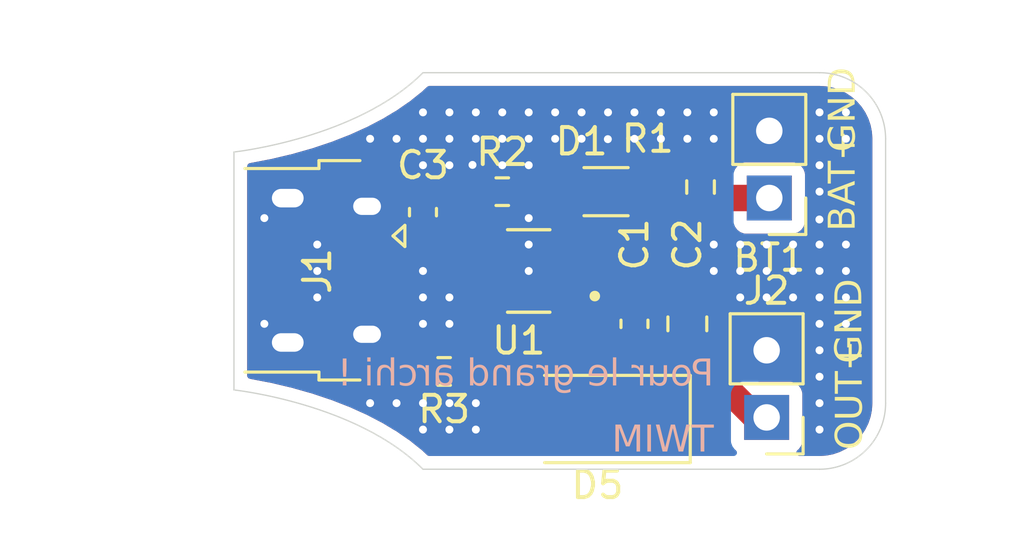
<source format=kicad_pcb>
(kicad_pcb (version 20241229) (generator "pcbnew") (generator_version "9.0")
  (layers (0 "F.Cu" signal) (2 "B.Cu" signal) (13 "F.Paste" user) (15 "B.Paste" user) (5 "F.SilkS" user "F.Silkscreen") (7 "B.SilkS" user "B.Silkscreen") (1 "F.Mask" user) (3 "B.Mask" user) (25 "Edge.Cuts" user))
  (net 0 "")
  (net 1 "Net-(BT1-+)")
  (net 2 "GND")
  (net 3 "VBUS")
  (net 4 "Net-(D1-A)")
  (net 5 "Net-(D1-K)")
  (net 6 "Net-(D5-K)")
  (net 9 "Net-(U1-ISET)")
  (net 10 "Net-(U1-TS)")
  (footprint "Capacitor_SMD:C_0603_1608Metric" (layer "F.Cu") (at 195 97.775 90)
    (property "Reference" "C3" (at 1.775 0 180) (layer "F.SilkS"))
    (property "Value" "1uf")
    (fp_line (start -0.14058 -0.51) (end 0.14058 -0.51) (stroke (width 0.12)) (layer "F.SilkS"))
    (fp_line (start -0.14058 0.51) (end 0.14058 0.51) (stroke (width 0.12)) (layer "F.SilkS"))
    (pad "1" smd roundrect (at -0.775 0 90) (size 0.9 0.95) (layers "F.Cu" "F.Mask" "F.Paste") (net 3 "VBUS"))
    (pad "2" smd roundrect (at 0.775 0 90) (size 0.9 0.95) (layers "F.Cu" "F.Mask" "F.Paste") (net 2 "GND"))
  )
  (footprint "Resistor_SMD:R_0603_1608Metric" (layer "F.Cu") (at 205.5 96.825 -90)
    (property "Reference" "R1" (at -1.825 2 180) (layer "F.SilkS"))
    (property "Value" "330")
    (fp_line (start -0.237258 0.5225) (end 0.237258 0.5225) (stroke (width 0.12)) (layer "F.SilkS"))
    (fp_line (start -0.237258 -0.5225) (end 0.237258 -0.5225) (stroke (width 0.12)) (layer "F.SilkS"))
    (pad "1" smd roundrect (at -0.825 0 270) (size 0.8 0.95) (layers "F.Cu" "F.Mask" "F.Paste") (net 4 "Net-(D1-A)"))
    (pad "2" smd roundrect (at 0.825 0 270) (size 0.8 0.95) (layers "F.Cu" "F.Mask" "F.Paste") (net 1 "Net-(BT1-+)"))
  )
  (footprint "Capacitor_SMD:C_0805_2012Metric" (layer "F.Cu") (at 205 102 90)
    (property "Reference" "C2" (at 3 0 90) (layer "F.SilkS"))
    (property "Value" "10uf")
    (fp_line (start -0.261252 -0.735) (end 0.261252 -0.735) (stroke (width 0.12)) (layer "F.SilkS"))
    (fp_line (start -0.261252 0.735) (end 0.261252 0.735) (stroke (width 0.12)) (layer "F.SilkS"))
    (pad "1" smd roundrect (at -0.95 0 90) (size 1 1.45) (layers "F.Cu" "F.Mask" "F.Paste") (net 6 "Net-(D5-K)"))
    (pad "2" smd roundrect (at 0.95 0 90) (size 1 1.45) (layers "F.Cu" "F.Mask" "F.Paste") (net 2 "GND"))
  )
  (footprint "Diode_SMD:D_SMA" (layer "F.Cu") (at 201.6 105.6 180)
    (property "Reference" "D5" (at 0 -2.5 0) (layer "F.SilkS"))
    (property "Value" "SS34")
    (fp_line (start -3.51 1.65) (end 2 1.65) (stroke (width 0.12)) (layer "F.SilkS"))
    (fp_line (start -3.51 -1.65) (end 2 -1.65) (stroke (width 0.12)) (layer "F.SilkS"))
    (fp_line (start -3.51 -1.65) (end -3.51 1.65) (stroke (width 0.12)) (layer "F.SilkS"))
    (pad "1" smd roundrect (at -2 0 180) (size 2.5 1.8) (layers "F.Cu" "F.Mask" "F.Paste") (roundrect_rratio 0.1388888889) (net 6 "Net-(D5-K)"))
    (pad "2" smd roundrect (at 2 0 180) (size 2.5 1.8) (layers "F.Cu" "F.Mask" "F.Paste") (roundrect_rratio 0.1388888889) (net 1 "Net-(BT1-+)"))
  )
  (footprint "Capacitor_SMD:C_0603_1608Metric" (layer "F.Cu") (at 203 102 90)
    (property "Reference" "C1" (at 3 0 90) (layer "F.SilkS"))
    (property "Value" "1uf")
    (fp_line (start -0.14058 -0.51) (end 0.14058 -0.51) (stroke (width 0.12)) (layer "F.SilkS"))
    (fp_line (start -0.14058 0.51) (end 0.14058 0.51) (stroke (width 0.12)) (layer "F.SilkS"))
    (pad "1" smd roundrect (at -0.775 0 90) (size 0.9 0.95) (layers "F.Cu" "F.Mask" "F.Paste") (net 6 "Net-(D5-K)"))
    (pad "2" smd roundrect (at 0.775 0 90) (size 0.9 0.95) (layers "F.Cu" "F.Mask" "F.Paste") (net 2 "GND"))
  )
  (footprint "Resistor_SMD:R_0603_1608Metric" (layer "F.Cu") (at 195.8 103.8 180)
    (property "Reference" "R3" (at 0 -1.43 0) (layer "F.SilkS"))
    (property "Value" "10k")
    (fp_line (start -0.237258 0.5225) (end 0.237258 0.5225) (stroke (width 0.12)) (layer "F.SilkS"))
    (fp_line (start -0.237258 -0.5225) (end 0.237258 -0.5225) (stroke (width 0.12)) (layer "F.SilkS"))
    (pad "1" smd roundrect (at -0.825 0 180) (size 0.8 0.95) (layers "F.Cu" "F.Mask" "F.Paste") (net 10 "Net-(U1-TS)"))
    (pad "2" smd roundrect (at 0.825 0 180) (size 0.8 0.95) (layers "F.Cu" "F.Mask" "F.Paste") (net 2 "GND"))
  )
  (footprint "Resistor_SMD:R_0603_1608Metric" (layer "F.Cu") (at 198 97 180)
    (property "Reference" "R2" (at 0 1.5 0) (layer "F.SilkS"))
    (property "Value" "4k")
    (fp_line (start -0.237258 0.5225) (end 0.237258 0.5225) (stroke (width 0.12)) (layer "F.SilkS"))
    (fp_line (start -0.237258 -0.5225) (end 0.237258 -0.5225) (stroke (width 0.12)) (layer "F.SilkS"))
    (pad "1" smd roundrect (at -0.825 0 180) (size 0.8 0.95) (layers "F.Cu" "F.Mask" "F.Paste") (net 9 "Net-(U1-ISET)"))
    (pad "2" smd roundrect (at 0.825 0 180) (size 0.8 0.95) (layers "F.Cu" "F.Mask" "F.Paste") (net 2 "GND"))
  )
  (footprint "Connector_PinHeader_2.54mm:PinHeader_1x02_P2.54mm_Vertical" (layer "F.Cu") (at 208.1 97.24 180)
    (property "Reference" "BT1" (at 0 -2.26 0) (layer "F.SilkS"))
    (property "Value" "Battery_Cell")
    (fp_line (start 1.38 1.27) (end 1.38 3.92) (stroke (width 0.12)) (layer "F.SilkS"))
    (fp_line (start -1.38 3.92) (end 1.38 3.92) (stroke (width 0.12)) (layer "F.SilkS"))
    (fp_line (start -1.38 1.27) (end 1.38 1.27) (stroke (width 0.12)) (layer "F.SilkS"))
    (fp_line (start -1.38 1.27) (end -1.38 3.92) (stroke (width 0.12)) (layer "F.SilkS"))
    (fp_line (start -1.38 0) (end -1.38 -1.38) (stroke (width 0.12)) (layer "F.SilkS"))
    (fp_line (start -1.38 -1.38) (end 0 -1.38) (stroke (width 0.12)) (layer "F.SilkS"))
    (pad "1" thru_hole rect (at 0 0 180) (size 1.7 1.7) (drill 1) (layers "*.Cu" "*.Mask") (net 1 "Net-(BT1-+)"))
    (pad "2" thru_hole circle (at 0 2.54 180) (size 1.7 1.7) (drill 1) (layers "*.Cu" "*.Mask") (net 2 "GND"))
  )
  (footprint "Inductor_SMD:L_1206_3216Metric" (layer "F.Cu") (at 201.925 97)
    (property "Reference" "D1" (at -0.925 -1.9 0) (layer "F.SilkS"))
    (property "Value" "LED")
    (fp_line (start -0.835242 -0.91) (end 0.835242 -0.91) (stroke (width 0.12)) (layer "F.SilkS"))
    (fp_line (start -0.835242 0.91) (end 0.835242 0.91) (stroke (width 0.12)) (layer "F.SilkS"))
    (pad "1" smd roundrect (at -1.575 0) (size 1.05 1.9) (layers "F.Cu" "F.Mask" "F.Paste") (roundrect_rratio 0.238095) (net 5 "Net-(D1-K)"))
    (pad "2" smd roundrect (at 1.575 0) (size 1.05 1.9) (layers "F.Cu" "F.Mask" "F.Paste") (roundrect_rratio 0.238095) (net 4 "Net-(D1-A)"))
  )
  (footprint "Connector_USB:USB_Micro-B_Amphenol_10103594-0001LF_Horizontal" (layer "F.Cu") (at 191 100 -90)
    (property "Reference" "J1" (at 0 0 90) (layer "F.SilkS"))
    (property "Value" "USB_B_Micro")
    (fp_line (start -3.875 2.735) (end -3.875 -0.065) (stroke (width 0.12)) (layer "F.SilkS"))
    (fp_line (start 3.825 2.735) (end 3.825 -0.065) (stroke (width 0.12)) (layer "F.SilkS"))
    (fp_line (start -4.175 -0.065) (end -3.875 -0.065) (stroke (width 0.12)) (layer "F.SilkS"))
    (fp_line (start -4.175 -0.065) (end -4.175 -1.615) (stroke (width 0.12)) (layer "F.SilkS"))
    (fp_line (start 3.825 -0.065) (end 4.125 -0.065) (stroke (width 0.12)) (layer "F.SilkS"))
    (fp_line (start 4.125 -0.065) (end 4.125 -1.615) (stroke (width 0.12)) (layer "F.SilkS"))
    (fp_line (start -1.325 -2.865) (end -1.725 -3.315) (stroke (width 0.12)) (layer "F.SilkS"))
    (fp_line (start -1.725 -3.315) (end -0.925 -3.315) (stroke (width 0.12)) (layer "F.SilkS"))
    (fp_line (start -0.925 -3.315) (end -1.325 -2.865) (stroke (width 0.12)) (layer "F.SilkS"))
    (pad "1" smd rect (at -1.325 -1.765) (size 1.65 0.4) (layers "F.Cu" "F.Mask" "F.Paste") (net 3 "VBUS"))
    (pad "2" smd rect (at -0.675 -1.765) (size 1.65 0.4) (layers "F.Cu" "F.Mask" "F.Paste"))
    (pad "3" smd rect (at -0.025 -1.765) (size 1.65 0.4) (layers "F.Cu" "F.Mask" "F.Paste"))
    (pad "4" smd rect (at 0.625 -1.765) (size 1.65 0.4) (layers "F.Cu" "F.Mask" "F.Paste") (net 2 "GND"))
    (pad "5" smd rect (at 1.275 -1.765) (size 1.65 0.4) (layers "F.Cu" "F.Mask" "F.Paste") (net 2 "GND"))
    (pad "6" smd rect (at -2.975 -0.565 270) (size 1.825 0.7) (layers "F.Cu" "F.Mask" "F.Paste") (net 2 "GND"))
    (pad "6" smd rect (at -2.875 -1.865 270) (size 2 1.5) (layers "F.Cu" "F.Mask" "F.Paste") (net 2 "GND"))
    (pad "6" smd rect (at -2.755 0.185 270) (size 1.35 2) (layers "F.Cu" "F.Mask" "F.Paste") (net 2 "GND"))
    (pad "6" thru_hole oval (at -2.755 1.115) (size 1.7 1.35) (drill oval 1.2 0.7) (property pad_prop_heatsink) (layers "*.Cu" "*.Mask") (net 2 "GND"))
    (pad "6" thru_hole oval (at -2.445 -1.885) (size 1.5 1.1) (drill oval 1.05 0.65) (property pad_prop_heatsink) (layers "*.Cu" "*.Mask") (net 2 "GND"))
    (pad "6" smd rect (at -0.985 1.385) (size 2.5 1.43) (layers "F.Cu" "F.Mask" "F.Paste") (net 2 "GND"))
    (pad "6" smd rect (at 0.935 1.385) (size 2.5 1.43) (layers "F.Cu" "F.Mask" "F.Paste") (net 2 "GND"))
    (pad "6" thru_hole oval (at 2.395 -1.885) (size 1.5 1.1) (drill oval 1.05 0.65) (property pad_prop_heatsink) (layers "*.Cu" "*.Mask") (net 2 "GND"))
    (pad "6" thru_hole oval (at 2.705 1.115) (size 1.7 1.35) (drill oval 1.2 0.7) (property pad_prop_heatsink) (layers "*.Cu" "*.Mask") (net 2 "GND"))
    (pad "6" smd rect (at 2.725 0.185 270) (size 1.35 2) (layers "F.Cu" "F.Mask" "F.Paste") (net 2 "GND"))
    (pad "6" smd rect (at 2.875 -1.885 270) (size 2 1.5) (layers "F.Cu" "F.Mask" "F.Paste") (net 2 "GND"))
    (pad "6" smd rect (at 2.975 -0.565 270) (size 1.825 0.7) (layers "F.Cu" "F.Mask" "F.Paste") (net 2 "GND"))
  )
  (footprint "BQ21040DBVT:SOT95P280X145-6N" (layer "F.Cu") (at 199 100 180)
    (property "Reference" "U1" (at 0.375 -2.635 0) (layer "F.SilkS"))
    (property "Value" "BQ21040DBVT")
    (fp_line (start 0.8 -1.56) (end -0.8 -1.56) (stroke (width 0.127)) (layer "F.SilkS"))
    (fp_line (start -0.8 1.56) (end 0.8 1.56) (stroke (width 0.127)) (layer "F.SilkS"))
    (fp_circle (center -2.5 -0.95) (end -2.4 -0.95) (stroke (width 0.2)) (fill no) (layer "F.SilkS"))
    (pad "1" smd roundrect (at -1.255 -0.95 180) (size 1.21 0.58) (layers "F.Cu" "F.Mask" "F.Paste") (roundrect_rratio 0.125) (net 10 "Net-(U1-TS)"))
    (pad "2" smd roundrect (at -1.255 0 180) (size 1.21 0.58) (layers "F.Cu" "F.Mask" "F.Paste") (roundrect_rratio 0.125) (net 1 "Net-(BT1-+)"))
    (pad "3" smd roundrect (at -1.255 0.95 180) (size 1.21 0.58) (layers "F.Cu" "F.Mask" "F.Paste") (roundrect_rratio 0.125) (net 5 "Net-(D1-K)"))
    (pad "4" smd roundrect (at 1.255 0.95 180) (size 1.21 0.58) (layers "F.Cu" "F.Mask" "F.Paste") (roundrect_rratio 0.125) (net 9 "Net-(U1-ISET)"))
    (pad "5" smd roundrect (at 1.255 0 180) (size 1.21 0.58) (layers "F.Cu" "F.Mask" "F.Paste") (roundrect_rratio 0.125) (net 2 "GND"))
    (pad "6" smd roundrect (at 1.255 -0.95 180) (size 1.21 0.58) (layers "F.Cu" "F.Mask" "F.Paste") (roundrect_rratio 0.125) (net 3 "VBUS"))
  )
  (footprint "Connector_PinHeader_2.54mm:PinHeader_1x02_P2.54mm_Vertical" (layer "F.Cu") (at 208 105.54 180)
    (property "Reference" "J2" (at 0 4.79 0) (layer "F.SilkS"))
    (property "Value" "Conn_01x02_Socket")
    (fp_line (start 1.38 1.27) (end 1.38 3.92) (stroke (width 0.12)) (layer "F.SilkS"))
    (fp_line (start -1.38 3.92) (end 1.38 3.92) (stroke (width 0.12)) (layer "F.SilkS"))
    (fp_line (start -1.38 1.27) (end 1.38 1.27) (stroke (width 0.12)) (layer "F.SilkS"))
    (fp_line (start -1.38 1.27) (end -1.38 3.92) (stroke (width 0.12)) (layer "F.SilkS"))
    (fp_line (start -1.38 0) (end -1.38 -1.38) (stroke (width 0.12)) (layer "F.SilkS"))
    (fp_line (start -1.38 -1.38) (end 0 -1.38) (stroke (width 0.12)) (layer "F.SilkS"))
    (pad "1" thru_hole rect (at 0 0 180) (size 1.7 1.7) (drill 1) (layers "*.Cu" "*.Mask") (net 6 "Net-(D5-K)"))
    (pad "2" thru_hole circle (at 0 2.54 180) (size 1.7 1.7) (drill 1) (layers "*.Cu" "*.Mask") (net 2 "GND"))
  )
  (gr_line (start 212.5 95) (end 212.5 105) (stroke (width 0.05)) (layer "Edge.Cuts"))
  (gr_arc (start 210 92.5) (mid 211.767767 93.232233) (end 212.5 95) (stroke (width 0.05)) (layer "Edge.Cuts"))
  (gr_curve (pts (xy 195 107.5) (xy 192.5 105) (xy 187.85 104.5) (xy 187.85 104.5)) (stroke (width 0.05)) (layer "Edge.Cuts"))
  (gr_line (start 187.85 95.5) (end 187.85 104.5) (stroke (width 0.05)) (layer "Edge.Cuts"))
  (gr_line (start 210 107.5) (end 195 107.5) (stroke (width 0.05)) (layer "Edge.Cuts"))
  (gr_line (start 210 92.5) (end 195 92.5) (stroke (width 0.05)) (layer "Edge.Cuts"))
  (gr_arc (start 212.5 105) (mid 211.767767 106.767767) (end 210 107.5) (stroke (width 0.05)) (layer "Edge.Cuts"))
  (gr_curve (pts (xy 195 92.5) (xy 192.5 95) (xy 187.85 95.5) (xy 187.85 95.5)) (stroke (width 0.05)) (layer "Edge.Cuts"))
  (gr_text "OUT+" (at 211.767766 106.767767 90) (layer "F.SilkS") (effects (font (size 1 1) (thickness 0.1)) (justify left bottom)))
  (gr_text "BAT+\n" (at 211.5 98.5 90) (layer "F.SilkS") (effects (font (size 1 1) (thickness 0.1)) (justify left bottom)))
  (gr_text "GND" (at 211.5 95.5 90) (layer "F.SilkS") (effects (font (size 1 1) (thickness 0.1)) (justify left bottom)))
  (gr_text "GND\n" (at 211.75 103.5 90) (layer "F.SilkS") (effects (font (size 1 1) (thickness 0.1)) (justify left bottom)))
  (gr_text "Pour le grand archi !" (at 206 104.5 0) (layer "B.SilkS") (effects (font (size 1 1) (thickness 0.1)) (justify left bottom mirror)))
  (gr_text "TWIM\n" (at 206 107 0) (layer "B.SilkS") (effects (font (size 1 1) (thickness 0.1)) (justify left bottom mirror)))
  (segment (start 201.824 100.610204) (end 202.434204 100) (width 1) (layer "F.Cu") (net 1))
  (segment (start 208.1 97.24) (end 206.25 97.24) (width 1) (layer "F.Cu") (net 1))
  (segment (start 199.6 105.6) (end 199.6 103.6) (width 1) (layer "F.Cu") (net 1))
  (segment (start 206.25 97.24) (end 203.49 100) (width 1) (layer "F.Cu") (net 1))
  (segment (start 201.824 101.376) (end 201.824 100.610204) (width 1) (layer "F.Cu") (net 1))
  (segment (start 199.6 103.6) (end 201.824 101.376) (width 1) (layer "F.Cu") (net 1))
  (segment (start 200.255 100) (end 202.434204 100) (width 0.5) (layer "F.Cu") (net 1))
  (segment (start 203.49 100) (end 202.434204 100) (width 1) (layer "F.Cu") (net 1))
  (via (at 205 94) (size 0.6) (drill 0.3) (layers "F.Cu" "B.Cu") (net 2))
  (via (at 204 95) (size 0.6) (drill 0.3) (layers "F.Cu" "B.Cu") (net 2))
  (via (at 195 94) (size 0.6) (drill 0.3) (layers "F.Cu" "B.Cu") (net 2))
  (via (at 201 94) (size 0.6) (drill 0.3) (layers "F.Cu" "B.Cu") (net 2))
  (via (at 208 101) (size 0.6) (drill 0.3) (layers "F.Cu" "B.Cu") (net 2))
  (via (at 209 99) (size 0.6) (drill 0.3) (layers "F.Cu" "B.Cu") (net 2))
  (via (at 195 96) (size 0.6) (drill 0.3) (layers "F.Cu" "B.Cu") (net 2))
  (via (at 193 95) (size 0.6) (drill 0.3) (layers "F.Cu" "B.Cu") (net 2))
  (via (at 210 102) (size 0.6) (drill 0.3) (layers "F.Cu" "B.Cu") (net 2))
  (via (at 210 104) (size 0.6) (drill 0.3) (layers "F.Cu" "B.Cu") (net 2))
  (via (at 204 94) (size 0.6) (drill 0.3) (layers "F.Cu" "B.Cu") (net 2))
  (via (at 196 96) (size 0.6) (drill 0.3) (layers "F.Cu" "B.Cu") (net 2))
  (via (at 197 106) (size 0.6) (drill 0.3) (layers "F.Cu" "B.Cu") (net 2))
  (via (at 196 101) (size 0.6) (drill 0.3) (layers "F.Cu" "B.Cu") (net 2))
  (via (at 202 94) (size 0.6) (drill 0.3) (layers "F.Cu" "B.Cu") (net 2))
  (via (at 207 99) (size 0.6) (drill 0.3) (layers "F.Cu" "B.Cu") (net 2))
  (via (at 200 95) (size 0.6) (drill 0.3) (layers "F.Cu" "B.Cu") (net 2))
  (via (at 210 96) (size 0.6) (drill 0.3) (layers "F.Cu" "B.Cu") (net 2))
  (via (at 207 100) (size 0.6) (drill 0.3) (layers "F.Cu" "B.Cu") (net 2))
  (via (at 211 102) (size 0.6) (drill 0.3) (layers "F.Cu" "B.Cu") (net 2))
  (via (at 196.873249 95.988037) (size 0.6) (drill 0.3) (layers "F.Cu" "B.Cu") (net 2))
  (via (at 210 99) (size 0.6) (drill 0.3) (layers "F.Cu" "B.Cu") (net 2))
  (via (at 199 98) (size 0.6) (drill 0.3) (layers "F.Cu" "B.Cu") (net 2))
  (via (at 210 101) (size 0.6) (drill 0.3) (layers "F.Cu" "B.Cu") (net 2))
  (via (at 206 95) (size 0.6) (drill 0.3) (layers "F.Cu" "B.Cu") (net 2))
  (via (at 197 94) (size 0.6) (drill 0.3) (layers "F.Cu" "B.Cu") (net 2))
  (via (at 199 96) (size 0.6) (drill 0.3) (layers "F.Cu" "B.Cu") (net 2))
  (via (at 198 94) (size 0.6) (drill 0.3) (layers "F.Cu" "B.Cu") (net 2))
  (via (at 208 100) (size 0.6) (drill 0.3) (layers "F.Cu" "B.Cu") (net 2))
  (via (at 211 99) (size 0.6) (drill 0.3) (layers "F.Cu" "B.Cu") (net 2))
  (via (at 207 101) (size 0.6) (drill 0.3) (layers "F.Cu" "B.Cu") (net 2))
  (via (at 189 102) (size 0.6) (drill 0.3) (layers "F.Cu" "B.Cu") (net 2))
  (via (at 201 95) (size 0.6) (drill 0.3) (layers "F.Cu" "B.Cu") (net 2))
  (via (at 195 101) (size 0.6) (drill 0.3) (layers "F.Cu" "B.Cu") (net 2))
  (via (at 211 94) (size 0.6) (drill 0.3) (layers "F.Cu" "B.Cu") (net 2))
  (via (at 211 95) (size 0.6) (drill 0.3) (layers "F.Cu" "B.Cu") (net 2))
  (via (at 196 105) (size 0.6) (drill 0.3) (layers "F.Cu" "B.Cu") (net 2))
  (via (at 196 102) (size 0.6) (drill 0.3) (layers "F.Cu" "B.Cu") (net 2))
  (via (at 201.993124 95.014003) (size 0.6) (drill 0.3) (layers "F.Cu" "B.Cu") (net 2))
  (via (at 211 101) (size 0.6) (drill 0.3) (layers "F.Cu" "B.Cu") (net 2))
  (via (at 193 105) (size 0.6) (drill 0.3) (layers "F.Cu" "B.Cu") (net 2))
  (via (at 210 97) (size 0.6) (drill 0.3) (layers "F.Cu" "B.Cu") (net 2))
  (via (at 210 105) (size 0.6) (drill 0.3) (layers "F.Cu" "B.Cu") (net 2))
  (via (at 196 106) (size 0.6) (drill 0.3) (layers "F.Cu" "B.Cu") (net 2))
  (via (at 191 100) (size 0.6) (drill 0.3) (layers "F.Cu" "B.Cu") (net 2))
  (via (at 196 95) (size 0.6) (drill 0.3) (layers "F.Cu" "B.Cu") (net 2))
  (via (at 195 102) (size 0.6) (drill 0.3) (layers "F.Cu" "B.Cu") (net 2))
  (via (at 196 94) (size 0.6) (drill 0.3) (layers "F.Cu" "B.Cu") (net 2))
  (via (at 209 101) (size 0.6) (drill 0.3) (layers "F.Cu" "B.Cu") (net 2))
  (via (at 210 95) (size 0.6) (drill 0.3) (layers "F.Cu" "B.Cu") (net 2))
  (via (at 195 95) (size 0.6) (drill 0.3) (layers "F.Cu" "B.Cu") (net 2))
  (via (at 208 99) (size 0.6) (drill 0.3) (layers "F.Cu" "B.Cu") (net 2))
  (via (at 198 96) (size 0.6) (drill 0.3) (layers "F.Cu" "B.Cu") (net 2))
  (via (at 211 100) (size 0.6) (drill 0.3) (layers "F.Cu" "B.Cu") (net 2))
  (via (at 199 95) (size 0.6) (drill 0.3) (layers "F.Cu" "B.Cu") (net 2))
  (via (at 195 106) (size 0.6) (drill 0.3) (layers "F.Cu" "B.Cu") (net 2))
  (via (at 194 105) (size 0.6) (drill 0.3) (layers "F.Cu" "B.Cu") (net 2))
  (via (at 210 100) (size 0.6) (drill 0.3) (layers "F.Cu" "B.Cu") (net 2))
  (via (at 210 94) (size 0.6) (drill 0.3) (layers "F.Cu" "B.Cu") (net 2))
  (via (at 203 94) (size 0.6) (drill 0.3) (layers "F.Cu" "B.Cu") (net 2))
  (via (at 189 98) (size 0.6) (drill 0.3) (layers "F.Cu" "B.Cu") (net 2))
  (via (at 191 101) (size 0.6) (drill 0.3) (layers "F.Cu" "B.Cu") (net 2))
  (via (at 198 95) (size 0.6) (drill 0.3) (layers "F.Cu" "B.Cu") (net 2))
  (via (at 206 94) (size 0.6) (drill 0.3) (layers "F.Cu" "B.Cu") (net 2))
  (via (at 200 94) (size 0.6) (drill 0.3) (layers "F.Cu" "B.Cu") (net 2))
  (via (at 199 94) (size 0.6) (drill 0.3) (layers "F.Cu" "B.Cu") (net 2))
  (via (at 210 106) (size 0.6) (drill 0.3) (layers "F.Cu" "B.Cu") (net 2))
  (via (at 209.995918 98.052433) (size 0.6) (drill 0.3) (layers "F.Cu" "B.Cu") (net 2))
  (via (at 203 95) (size 0.6) (drill 0.3) (layers "F.Cu" "B.Cu") (net 2))
  (via (at 210 103) (size 0.6) (drill 0.3) (layers "F.Cu" "B.Cu") (net 2))
  (via (at 195 100) (size 0.6) (drill 0.3) (layers "F.Cu" "B.Cu") (net 2))
  (via (at 209 100) (size 0.6) (drill 0.3) (layers "F.Cu" "B.Cu") (net 2))
  (via (at 206 100) (size 0.6) (drill 0.3) (layers "F.Cu" "B.Cu") (net 2))
  (via (at 191 99) (size 0.6) (drill 0.3) (layers "F.Cu" "B.Cu") (net 2))
  (via (at 197 105) (size 0.6) (drill 0.3) (layers "F.Cu" "B.Cu") (net 2))
  (via (at 199 100) (size 0.6) (drill 0.3) (layers "F.Cu" "B.Cu") (net 2))
  (via (at 194 95) (size 0.6) (drill 0.3) (layers "F.Cu" "B.Cu") (net 2))
  (via (at 206 99) (size 0.6) (drill 0.3) (layers "F.Cu" "B.Cu") (net 2))
  (via (at 195 105) (size 0.6) (drill 0.3) (layers "F.Cu" "B.Cu") (net 2))
  (via (at 205 95) (size 0.6) (drill 0.3) (layers "F.Cu" "B.Cu") (net 2))
  (via (at 199 99) (size 0.6) (drill 0.3) (layers "F.Cu" "B.Cu") (net 2))
  (via (at 197 95) (size 0.6) (drill 0.3) (layers "F.Cu" "B.Cu") (net 2))
  (segment (start 195 98.55) (end 195 98.747348) (width 0.5) (layer "F.Cu") (net 3))
  (segment (start 197.202652 100.95) (end 197.745 100.95) (width 0.5) (layer "F.Cu") (net 3))
  (segment (start 192.765 98.675) (end 194.875 98.675) (width 0.5) (layer "F.Cu") (net 3))
  (segment (start 195 98.747348) (end 197.202652 100.95) (width 0.5) (layer "F.Cu") (net 3))
  (segment (start 194.875 98.675) (end 195 98.55) (width 0.5) (layer "F.Cu") (net 3))
  (segment (start 203.5 97) (end 204.5 96) (width 1) (layer "F.Cu") (net 4))
  (segment (start 204.5 96) (end 205.5 96) (width 1) (layer "F.Cu") (net 4))
  (segment (start 200.35 98.914) (end 200.255 99.009) (width 1) (layer "F.Cu") (net 5))
  (segment (start 200.35 97) (end 200.35 98.914) (width 1) (layer "F.Cu") (net 5))
  (segment (start 203 105) (end 203.6 105.6) (width 1) (layer "F.Cu") (net 6))
  (segment (start 203 102.775) (end 202.725 102.775) (width 1) (layer "F.Cu") (net 6))
  (segment (start 205 102.95) (end 203.175 102.95) (width 1) (layer "F.Cu") (net 6))
  (segment (start 208 105.54) (end 207.59 105.54) (width 1) (layer "F.Cu") (net 6))
  (segment (start 203 102.775) (end 203 105) (width 1) (layer "F.Cu") (net 6))
  (segment (start 203.175 102.95) (end 203 102.775) (width 1) (layer "F.Cu") (net 6))
  (segment (start 207.59 105.54) (end 205 102.95) (width 1) (layer "F.Cu") (net 6))
  (segment (start 197.745 98.08) (end 198.825 97) (width 0.5) (layer "F.Cu") (net 9))
  (segment (start 197.745 99.05) (end 197.745 98.08) (width 0.5) (layer "F.Cu") (net 9))
  (segment (start 200.255 100.95) (end 199.475 100.95) (width 0.5) (layer "F.Cu") (net 10))
  (segment (start 199.475 100.95) (end 196.625 103.8) (width 0.5) (layer "F.Cu") (net 10))
  (zone (net 2) (net_name "GND") (layers "F.Cu" "B.Cu") (connect_pads yes (clearance 0.5)) (min_thickness 0.25) (fill yes (thermal_gap 0.5) (thermal_bridge_width 0.5))
    (polygon (pts (xy 180 89.75) (xy 217.5 89.75) (xy 217.75 110) (xy 179 109.75)))
  )
)
</source>
